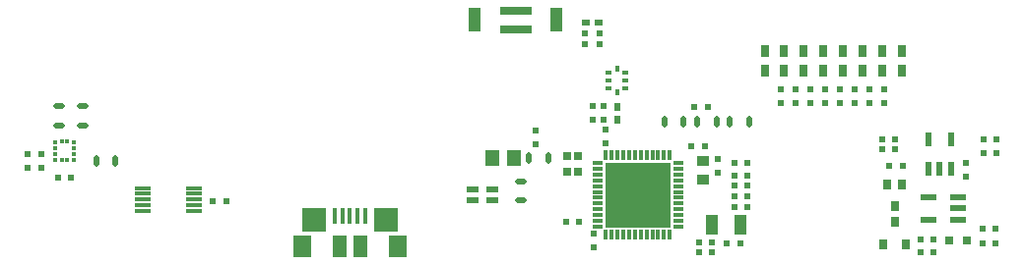
<source format=gtp>
G04*
G04 #@! TF.GenerationSoftware,Altium Limited,Altium Designer,19.1.5 (86)*
G04*
G04 Layer_Color=8421504*
%FSLAX25Y25*%
%MOIN*%
G70*
G01*
G75*
%ADD18R,0.11024X0.03150*%
%ADD19R,0.03937X0.07874*%
%ADD20R,0.02165X0.02165*%
%ADD21R,0.03150X0.03937*%
%ADD22R,0.02953X0.02362*%
%ADD23R,0.02441X0.02362*%
%ADD24R,0.01575X0.02362*%
%ADD25R,0.02362X0.01575*%
%ADD26R,0.01575X0.05315*%
%ADD27R,0.08268X0.07874*%
%ADD28R,0.06299X0.07480*%
%ADD29R,0.04724X0.07480*%
%ADD30R,0.04528X0.05709*%
%ADD31R,0.04134X0.02362*%
%ADD32O,0.04000X0.02000*%
%ADD33O,0.02000X0.04000*%
%ADD34R,0.02756X0.02953*%
%ADD35R,0.02362X0.02441*%
%ADD36R,0.03347X0.01181*%
%ADD37R,0.01181X0.03347*%
%ADD38R,0.22441X0.22441*%
%ADD39R,0.02362X0.02953*%
%ADD40R,0.02165X0.02165*%
%ADD41R,0.03937X0.03543*%
%ADD42R,0.03937X0.07087*%
%ADD43R,0.03150X0.03150*%
%ADD44R,0.05512X0.02362*%
%ADD45R,0.02362X0.04528*%
%ADD46R,0.03150X0.03543*%
%ADD47R,0.02756X0.03543*%
%ADD48R,0.05512X0.01181*%
%ADD49R,0.01181X0.01378*%
%ADD50R,0.01378X0.01181*%
D18*
X326220Y186791D02*
D03*
Y193209D02*
D03*
D19*
X340000Y190000D02*
D03*
X312441D02*
D03*
D20*
X451000Y166300D02*
D03*
Y161700D02*
D03*
X333000Y147700D02*
D03*
Y152300D02*
D03*
X356500Y148200D02*
D03*
Y152800D02*
D03*
X394500Y138200D02*
D03*
Y142800D02*
D03*
X489000Y149300D02*
D03*
Y144700D02*
D03*
X484500Y149300D02*
D03*
Y144700D02*
D03*
X478500Y141300D02*
D03*
Y136700D02*
D03*
X446000Y166300D02*
D03*
Y161700D02*
D03*
X441000Y166300D02*
D03*
Y161700D02*
D03*
X436000Y166300D02*
D03*
Y161700D02*
D03*
X431000Y166300D02*
D03*
Y161700D02*
D03*
X426000Y166300D02*
D03*
Y161700D02*
D03*
X421000Y166300D02*
D03*
Y161700D02*
D03*
X416000Y166300D02*
D03*
Y161700D02*
D03*
X165500Y144300D02*
D03*
Y139700D02*
D03*
X161000Y144300D02*
D03*
Y139700D02*
D03*
X352500Y112700D02*
D03*
Y117300D02*
D03*
D21*
X450357Y172653D02*
D03*
Y179347D02*
D03*
X430429Y172653D02*
D03*
Y179347D02*
D03*
X417143Y172653D02*
D03*
Y179347D02*
D03*
X423786Y172653D02*
D03*
Y179347D02*
D03*
X437071Y172653D02*
D03*
Y179347D02*
D03*
X443714Y172653D02*
D03*
Y179347D02*
D03*
X457000Y172653D02*
D03*
Y179347D02*
D03*
X410500Y172653D02*
D03*
Y179347D02*
D03*
D22*
X354165Y189000D02*
D03*
X349835D02*
D03*
D23*
X349500Y185311D02*
D03*
Y181689D02*
D03*
X354500Y185311D02*
D03*
Y181689D02*
D03*
D24*
X360500Y165563D02*
D03*
Y173437D02*
D03*
D25*
X363197Y172059D02*
D03*
Y169500D02*
D03*
Y166941D02*
D03*
X357803Y172059D02*
D03*
Y169500D02*
D03*
Y166941D02*
D03*
D26*
X275272Y123532D02*
D03*
X272713D02*
D03*
X270154D02*
D03*
X267594D02*
D03*
X265035D02*
D03*
D27*
X282358Y122252D02*
D03*
X257949D02*
D03*
D28*
X286295Y113000D02*
D03*
X254012D02*
D03*
D29*
X273500D02*
D03*
X266807D02*
D03*
D30*
X325543Y143000D02*
D03*
X318457D02*
D03*
D31*
X311654Y128630D02*
D03*
Y132370D02*
D03*
X318346D02*
D03*
Y128630D02*
D03*
D32*
X328000Y135250D02*
D03*
Y128750D02*
D03*
X179500Y154250D02*
D03*
Y160750D02*
D03*
X171500Y154250D02*
D03*
Y160750D02*
D03*
D33*
X330750Y143000D02*
D03*
X337250D02*
D03*
X387750Y155500D02*
D03*
X394250D02*
D03*
X376500D02*
D03*
X383000D02*
D03*
X398750D02*
D03*
X405250D02*
D03*
X184250Y142000D02*
D03*
X190750D02*
D03*
D34*
X347469Y143657D02*
D03*
Y138343D02*
D03*
X343532D02*
D03*
Y143657D02*
D03*
D35*
X352378Y160665D02*
D03*
X356000D02*
D03*
X352378Y156165D02*
D03*
X356000D02*
D03*
D36*
X381165Y119783D02*
D03*
Y121752D02*
D03*
Y123720D02*
D03*
Y125689D02*
D03*
Y127657D02*
D03*
Y129626D02*
D03*
Y131594D02*
D03*
Y133563D02*
D03*
Y135532D02*
D03*
Y137500D02*
D03*
Y139469D02*
D03*
Y141437D02*
D03*
X354000D02*
D03*
Y139469D02*
D03*
Y137500D02*
D03*
Y135532D02*
D03*
Y133563D02*
D03*
Y131594D02*
D03*
Y129626D02*
D03*
Y127657D02*
D03*
Y125689D02*
D03*
Y123720D02*
D03*
Y121752D02*
D03*
Y119783D02*
D03*
D37*
X378409Y144193D02*
D03*
X376441D02*
D03*
X374472D02*
D03*
X372504D02*
D03*
X370535D02*
D03*
X368567D02*
D03*
X366598D02*
D03*
X364630D02*
D03*
X362661D02*
D03*
X360693D02*
D03*
X358724D02*
D03*
X356756D02*
D03*
Y117028D02*
D03*
X358724D02*
D03*
X360693D02*
D03*
X362661D02*
D03*
X364630D02*
D03*
X366598D02*
D03*
X368567D02*
D03*
X370535D02*
D03*
X372504D02*
D03*
X374472D02*
D03*
X376441D02*
D03*
X378409D02*
D03*
D38*
X367583Y130610D02*
D03*
D39*
X360500Y160331D02*
D03*
Y156000D02*
D03*
D40*
X386700Y160500D02*
D03*
X391300D02*
D03*
X385700Y147000D02*
D03*
X390300D02*
D03*
X400200Y141500D02*
D03*
X404800D02*
D03*
X388200Y114500D02*
D03*
X392800D02*
D03*
X388200Y111000D02*
D03*
X392800D02*
D03*
X397700Y114000D02*
D03*
X402300D02*
D03*
X400200Y126500D02*
D03*
X404800D02*
D03*
Y130090D02*
D03*
X400200D02*
D03*
Y133817D02*
D03*
X404800D02*
D03*
X400200Y137000D02*
D03*
X404800D02*
D03*
X467800Y111000D02*
D03*
X463200D02*
D03*
X467800Y115500D02*
D03*
X463200D02*
D03*
X457300Y140500D02*
D03*
X452700D02*
D03*
X450200Y146000D02*
D03*
X454800D02*
D03*
X450200Y149500D02*
D03*
X454800D02*
D03*
X223700Y128500D02*
D03*
X228300D02*
D03*
X171200Y136500D02*
D03*
X175800D02*
D03*
X484200Y119000D02*
D03*
X488800D02*
D03*
X484200Y114000D02*
D03*
X488800D02*
D03*
X343200Y121500D02*
D03*
X347800D02*
D03*
D41*
X389500Y142150D02*
D03*
Y135850D02*
D03*
D42*
X392500Y120500D02*
D03*
X402342D02*
D03*
D43*
X473047Y115000D02*
D03*
X478953D02*
D03*
D44*
X475921Y122260D02*
D03*
Y126000D02*
D03*
Y129740D02*
D03*
X466079D02*
D03*
Y122260D02*
D03*
D45*
X466020Y149343D02*
D03*
X473500D02*
D03*
Y139500D02*
D03*
X469760D02*
D03*
X466020D02*
D03*
D46*
X454500Y121500D02*
D03*
X458240Y113626D02*
D03*
X450760D02*
D03*
D47*
X454500Y126760D02*
D03*
X451941Y134240D02*
D03*
X457059D02*
D03*
D48*
X217161Y132937D02*
D03*
Y130969D02*
D03*
Y129000D02*
D03*
Y127032D02*
D03*
Y125063D02*
D03*
X199839D02*
D03*
Y127032D02*
D03*
Y129000D02*
D03*
Y130969D02*
D03*
Y132937D02*
D03*
D49*
X172516Y148650D02*
D03*
X174484D02*
D03*
Y142350D02*
D03*
X172516D02*
D03*
D50*
X176650Y148453D02*
D03*
Y146484D02*
D03*
Y144516D02*
D03*
Y142547D02*
D03*
X170350D02*
D03*
Y144516D02*
D03*
Y146484D02*
D03*
Y148453D02*
D03*
M02*

</source>
